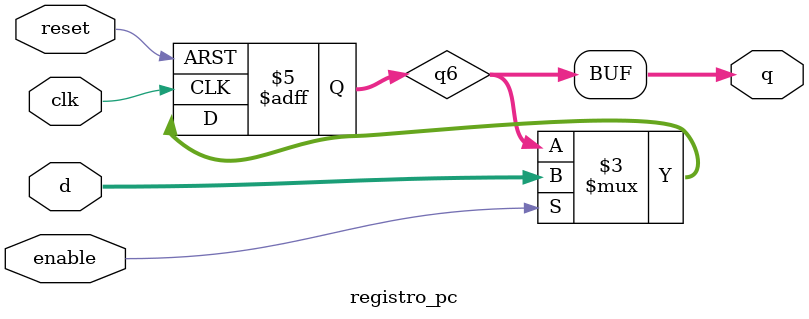
<source format=v>
module registro_pc #(
	parameter WHIDT = 32
)
(
		input		[WHIDT-1 : 0] d, 
		input 	clk, 
		input		reset, 
		input		enable,
		output 	[WHIDT-1 : 0] q
);
		reg 		[WHIDT-1 : 0] q6;
		
   always @(posedge clk or negedge reset) begin
      if (!reset)
         q6 <= 32'h400000;
      else if(enable)
         q6 <= d;
   end
  assign q = q6;
endmodule

</source>
